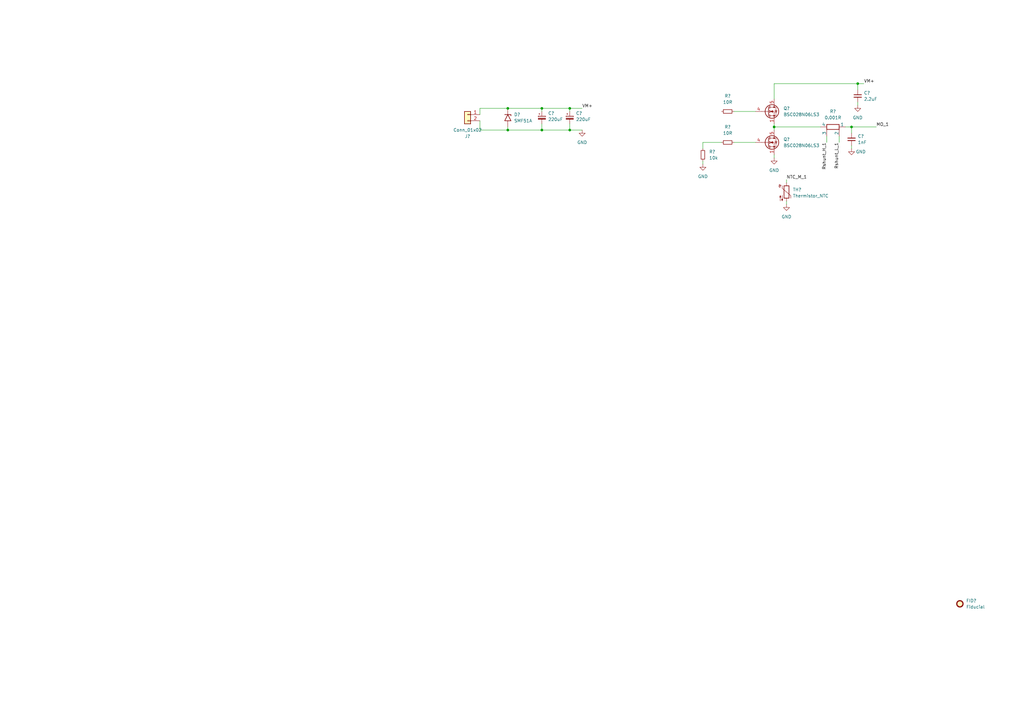
<source format=kicad_sch>
(kicad_sch (version 20211123) (generator eeschema)
  (paper "A3")
  (lib_symbols
    (symbol "Connector_Generic:Conn_01x02" (pin_names (offset 1.016) hide)
      (property "Reference" "J" (at 0 2.54 0))
      (property "Value" "Conn_01x02" (at 0 -5.08 0))
      (symbol "Conn_01x02_1_1"
        (rectangle (start -1.27 -2.413) (end 0 -2.667) (stroke (width 0.1524)))
        (rectangle (start -1.27 0.127) (end 0 -0.127) (stroke (width 0.1524)))
        (rectangle (start -1.27 1.27) (end 1.27 -3.81) (stroke (width 0.254)) (fill (type background)))
        (pin passive line (at -5.08 0 0) (length 3.81) (name "Pin_1") (number "1"))
        (pin passive line (at -5.08 -2.54 0) (length 3.81) (name "Pin_2") (number "2"))
      )
    )
    (symbol "Device:C_Polarized_Small" (pin_numbers hide) (pin_names (offset 0.254) hide)
      (property "Reference" "C" (at 0.254 1.778 0))
      (property "Value" "C_Polarized_Small" (at 0.254 -2.032 0))
      (symbol "C_Polarized_Small_0_1"
        (rectangle (start -1.524 -0.3048) (end 1.524 -0.6858) (fill (type outline)))
        (rectangle (start -1.524 0.6858) (end 1.524 0.3048))
        (polyline (pts (xy -1.27 1.524) (xy -0.762 1.524)))
        (polyline (pts (xy -1.016 1.27) (xy -1.016 1.778)))
      )
      (symbol "C_Polarized_Small_1_1"
        (pin passive line (at 0 2.54 270) (length 1.8542) (name "~") (number "1"))
        (pin passive line (at 0 -2.54 90) (length 1.8542) (name "~") (number "2"))
      )
    )
    (symbol "Device:C_Small" (pin_numbers hide) (pin_names (offset 0.254) hide)
      (property "Reference" "C" (at 0.254 1.778 0))
      (property "Value" "C_Small" (at 0.254 -2.032 0))
      (symbol "C_Small_0_1"
        (polyline (pts (xy -1.524 -0.508) (xy 1.524 -0.508)) (stroke (width 0.3302)))
        (polyline (pts (xy -1.524 0.508) (xy 1.524 0.508)) (stroke (width 0.3048)))
      )
      (symbol "C_Small_1_1"
        (pin passive line (at 0 2.54 270) (length 2.032) (name "~") (number "1"))
        (pin passive line (at 0 -2.54 90) (length 2.032) (name "~") (number "2"))
      )
    )
    (symbol "Device:R_Shunt" (pin_numbers hide) (pin_names (offset 0))
      (property "Reference" "R" (at -4.445 0 90))
      (property "Value" "R_Shunt" (at -2.54 0 90))
      (symbol "R_Shunt_0_1"
        (rectangle (start -1.016 -2.54) (end 1.016 2.54) (stroke (width 0.254)))
        (polyline (pts (xy 0 -2.54) (xy 1.27 -2.54)))
        (polyline (pts (xy 1.27 2.54) (xy 0 2.54)))
      )
      (symbol "R_Shunt_1_1"
        (pin passive line (at 0 5.08 270) (length 2.54) (name "1") (number "1"))
        (pin passive line (at 3.81 2.54 180) (length 2.54) (name "2") (number "2"))
        (pin passive line (at 3.81 -2.54 180) (length 2.54) (name "3") (number "3"))
        (pin passive line (at 0 -5.08 90) (length 2.54) (name "4") (number "4"))
      )
    )
    (symbol "Device:R_Small" (pin_numbers hide) (pin_names (offset 0.254) hide)
      (property "Reference" "R" (at 0.762 0.508 0))
      (property "Value" "R_Small" (at 0.762 -1.016 0))
      (symbol "R_Small_0_1"
        (rectangle (start -0.762 1.778) (end 0.762 -1.778) (stroke (width 0.2032)))
      )
      (symbol "R_Small_1_1"
        (pin passive line (at 0 2.54 270) (length 0.762) (name "~") (number "1"))
        (pin passive line (at 0 -2.54 90) (length 0.762) (name "~") (number "2"))
      )
    )
    (symbol "Device:Thermistor_NTC" (pin_numbers hide) (pin_names (offset 0))
      (property "Reference" "TH" (at -4.445 0 90))
      (property "Value" "Thermistor_NTC" (at 3.175 0 90))
      (symbol "Thermistor_NTC_0_1"
        (arc (start -3.048 2.159) (mid -3.0495 2.3143) (end -3.175 2.413))
        (arc (start -3.048 2.159) (mid -2.9736 1.9794) (end -2.794 1.905))
        (arc (start -3.048 2.794) (mid -2.9736 2.6144) (end -2.794 2.54))
        (arc (start -2.794 1.905) (mid -2.6144 1.9794) (end -2.54 2.159))
        (arc (start -2.794 2.54) (mid -2.4393 2.5587) (end -2.159 2.794))
        (arc (start -2.794 3.048) (mid -2.9736 2.9736) (end -3.048 2.794))
        (arc (start -2.54 2.794) (mid -2.6144 2.9736) (end -2.794 3.048))
        (rectangle (start -1.016 2.54) (end 1.016 -2.54) (stroke (width 0.254)))
        (polyline (pts (xy -2.54 2.159) (xy -2.54 2.794)))
        (polyline (pts (xy -1.778 2.54) (xy -1.778 1.524) (xy 1.778 -1.524) (xy 1.778 -2.54)))
        (polyline (pts (xy -2.54 -3.683) (xy -2.54 -1.397) (xy -2.794 -2.159) (xy -2.286 -2.159) (xy -2.54 -1.397) (xy -2.54 -1.651)) (fill (type outline)))
        (polyline (pts (xy -1.778 -1.397) (xy -1.778 -3.683) (xy -2.032 -2.921) (xy -1.524 -2.921) (xy -1.778 -3.683) (xy -1.778 -3.429)) (fill (type outline)))
      )
      (symbol "Thermistor_NTC_1_1"
        (pin passive line (at 0 3.81 270) (length 1.27) (name "~") (number "1"))
        (pin passive line (at 0 -3.81 90) (length 1.27) (name "~") (number "2"))
      )
    )
    (symbol "Diode:SMF51A" (pin_numbers hide) (pin_names (offset 1.016) hide)
      (property "Reference" "D" (at 0 2.54 0))
      (property "Value" "SMF51A" (at 0 -2.54 0))
      (symbol "SMF51A_0_1"
        (polyline (pts (xy -0.762 1.27) (xy -1.27 1.27) (xy -1.27 -1.27)) (stroke (width 0.254)))
        (polyline (pts (xy 1.27 1.27) (xy 1.27 -1.27) (xy -1.27 0) (xy 1.27 1.27)) (stroke (width 0.254)))
      )
      (symbol "SMF51A_1_1"
        (pin passive line (at -3.81 0 0) (length 2.54) (name "A1") (number "1"))
        (pin passive line (at 3.81 0 180) (length 2.54) (name "A2") (number "2"))
      )
    )
    (symbol "Mechanical:Fiducial"
      (property "Reference" "FID" (at 0 5.08 0))
      (property "Value" "Fiducial" (at 0 3.175 0))
      (symbol "Fiducial_0_1"
        (circle (center 0 0) (radius 1.27) (stroke (width 0.508)) (fill (type background)))
      )
    )
    (symbol "Transistor_FET:BSC028N06LS3" (pin_names hide)
      (property "Reference" "Q" (at 5.08 1.905 0))
      (property "Value" "BSC028N06LS3" (at 5.08 0 0))
      (symbol "BSC028N06LS3_0_1"
        (polyline (pts (xy 0.254 0) (xy -2.54 0)))
        (polyline (pts (xy 0.254 1.905) (xy 0.254 -1.905)) (stroke (width 0.254)))
        (polyline (pts (xy 0.762 -1.27) (xy 0.762 -2.286)) (stroke (width 0.254)))
        (polyline (pts (xy 0.762 0.508) (xy 0.762 -0.508)) (stroke (width 0.254)))
        (polyline (pts (xy 0.762 2.286) (xy 0.762 1.27)) (stroke (width 0.254)))
        (polyline (pts (xy 2.54 2.54) (xy 2.54 1.778)))
        (polyline (pts (xy 2.54 -2.54) (xy 2.54 0) (xy 0.762 0)))
        (polyline (pts (xy 0.762 -1.778) (xy 3.302 -1.778) (xy 3.302 1.778) (xy 0.762 1.778)))
        (polyline (pts (xy 1.016 0) (xy 2.032 0.381) (xy 2.032 -0.381) (xy 1.016 0)) (fill (type outline)))
        (polyline (pts (xy 2.794 0.508) (xy 2.921 0.381) (xy 3.683 0.381) (xy 3.81 0.254)))
        (polyline (pts (xy 3.302 0.381) (xy 2.921 -0.254) (xy 3.683 -0.254) (xy 3.302 0.381)))
        (circle (center 1.651 0) (radius 2.794) (stroke (width 0.254)))
        (circle (center 2.54 -1.778) (radius 0.254) (fill (type outline)))
        (circle (center 2.54 1.778) (radius 0.254) (fill (type outline)))
      )
      (symbol "BSC028N06LS3_1_1"
        (pin passive line (at 2.54 -5.08 90) (length 2.54) (name "S") (number "1"))
        (pin passive line (at 2.54 -5.08 90) (length 2.54) hide (name "S") (number "2"))
        (pin passive line (at 2.54 -5.08 90) (length 2.54) hide (name "S") (number "3"))
        (pin passive line (at -5.08 0 0) (length 2.54) (name "G") (number "4"))
        (pin passive line (at 2.54 5.08 270) (length 2.54) (name "D") (number "5"))
      )
    )
    (symbol "power:GND" (power) (pin_names (offset 0))
      (property "Value" "GND" (at 0 -3.81 0))
      (symbol "GND_0_1"
        (polyline (pts (xy 0 0) (xy 0 -1.27) (xy 1.27 -1.27) (xy 0 -2.54) (xy -1.27 -1.27) (xy 0 -1.27)))
      )
      (symbol "GND_1_1"
        (pin power_in line (at 0 0 270) (length 0) hide (name "GND") (number "1"))
      )
    )
  )
  (junction (at 233.68 44.45))
  (junction (at 208.28 53.34))
  (junction (at 222.25 44.45))
  (junction (at 351.79 34.29))
  (junction (at 349.25 52.07))
  (junction (at 222.25 53.34))
  (junction (at 233.68 53.34))
  (junction (at 317.5 52.07))
  (junction (at 208.28 44.45))
  (wire (pts (xy 233.68 53.34) (xy 222.25 53.34)))
  (wire (pts (xy 233.68 50.8) (xy 233.68 53.34)))
  (wire (pts (xy 300.99 45.72) (xy 309.88 45.72)))
  (wire (pts (xy 322.58 73.66) (xy 322.58 74.93)))
  (wire (pts (xy 208.28 44.45) (xy 222.25 44.45)))
  (wire (pts (xy 233.68 53.34) (xy 238.76 53.34)))
  (wire (pts (xy 346.71 52.07) (xy 349.25 52.07)))
  (wire (pts (xy 288.29 58.42) (xy 288.29 60.96)))
  (wire (pts (xy 351.79 34.29) (xy 351.79 36.83)))
  (wire (pts (xy 322.58 83.82) (xy 322.58 82.55)))
  (wire (pts (xy 344.17 55.88) (xy 344.17 58.42)))
  (wire (pts (xy 339.09 55.88) (xy 339.09 58.42)))
  (wire (pts (xy 222.25 53.34) (xy 208.28 53.34)))
  (wire (pts (xy 317.5 52.07) (xy 317.5 53.34)))
  (wire (pts (xy 222.25 45.72) (xy 222.25 44.45)))
  (wire (pts (xy 300.99 58.42) (xy 309.88 58.42)))
  (wire (pts (xy 233.68 45.72) (xy 233.68 44.45)))
  (wire (pts (xy 317.5 34.29) (xy 351.79 34.29)))
  (wire (pts (xy 295.91 58.42) (xy 288.29 58.42)))
  (wire (pts (xy 222.25 50.8) (xy 222.25 53.34)))
  (wire (pts (xy 349.25 60.96) (xy 349.25 59.69)))
  (wire (pts (xy 349.25 52.07) (xy 359.41 52.07)))
  (wire (pts (xy 208.28 53.34) (xy 196.85 53.34)))
  (wire (pts (xy 233.68 44.45) (xy 238.76 44.45)))
  (wire (pts (xy 351.79 43.18) (xy 351.79 41.91)))
  (wire (pts (xy 317.5 63.5) (xy 317.5 64.77)))
  (wire (pts (xy 196.85 53.34) (xy 196.85 49.53)))
  (wire (pts (xy 222.25 44.45) (xy 233.68 44.45)))
  (wire (pts (xy 288.29 67.31) (xy 288.29 66.04)))
  (wire (pts (xy 196.85 44.45) (xy 208.28 44.45)))
  (wire (pts (xy 317.5 52.07) (xy 336.55 52.07)))
  (wire (pts (xy 196.85 46.99) (xy 196.85 44.45)))
  (wire (pts (xy 351.79 34.29) (xy 354.33 34.29)))
  (wire (pts (xy 208.28 52.07) (xy 208.28 53.34)))
  (wire (pts (xy 317.5 40.64) (xy 317.5 34.29)))
  (wire (pts (xy 349.25 52.07) (xy 349.25 54.61)))
  (wire (pts (xy 317.5 50.8) (xy 317.5 52.07)))
  (label "Rshunt_L_1" (at 344.17 58.42 270))
  (label "VM+" (at 238.76 44.45 0))
  (label "MO_1" (at 359.41 52.07 0))
  (label "VM+" (at 354.33 34.29 0))
  (label "Rshunt_H_1" (at 339.09 58.42 270))
  (label "NTC_M_1" (at 322.58 73.66 0))
  (symbol (lib_id "Device:R_Small") (at 298.45 58.42 90) (unit 1)
    (property "Reference" "R?" (at 298.45 52.07 90))
    (property "Value" "10R" (at 298.45 54.61 90))
    (property "Footprint" "Resistor_SMD:R_0603_1608Metric" (effects hide))
  )
  (symbol (lib_id "Connector_Generic:Conn_01x02") (at 191.77 46.99 0) (mirror y) (unit 1)
    (property "Reference" "J?" (at 191.77 55.88 0))
    (property "Value" "Conn_01x02" (at 191.77 53.34 0))
    (property "Footprint" "Connector_AMASS:AMASS_XT60-F_1x02_P7.20mm_Vertical" (effects hide))
  )
  (symbol (lib_id "power:GND") (at 351.79 43.18 0) (unit 1)
    (property "Reference" "#PWR?" (effects hide))
    (property "Value" "GND" (at 351.79 48.26 0))
  )
  (symbol (lib_id "Device:R_Small") (at 298.45 45.72 90) (unit 1)
    (property "Reference" "R?" (at 298.45 39.37 90))
    (property "Value" "10R" (at 298.45 41.91 90))
    (property "Footprint" "Resistor_SMD:R_0603_1608Metric" (effects hide))
  )
  (symbol (lib_id "Transistor_FET:BSC028N06LS3") (at 314.96 45.72 0) (unit 1)
    (property "Reference" "Q?" (at 321.31 44.4499 0) (effects (justify left)))
    (property "Value" "BSC028N06LS3" (at 321.31 46.9899 0) (effects (justify left)))
    (property "Footprint" "Package_TO_SOT_SMD:TDSON-8-1" (effects hide))
    (property "Datasheet" "http://www.infineon.com/dgdl/Infineon-BSC028N06LS3-DS-v02_02-en.pdf?fileId=db3a30431ddc9372011ebafa4c607f8c" (effects hide))
  )
  (symbol (lib_id "Device:Thermistor_NTC") (at 322.58 78.74 0) (unit 1)
    (property "Reference" "TH?" (at 325.12 77.7874 0) (effects (justify left)))
    (property "Value" "Thermistor_NTC" (at 325.12 80.3274 0) (effects (justify left)))
    (property "Footprint" "Resistor_SMD:R_0603_1608Metric" (effects hide))
  )
  (symbol (lib_id "Device:C_Small") (at 349.25 57.15 180) (unit 1)
    (property "Reference" "C?" (at 351.79 55.8735 0) (effects (justify right)))
    (property "Value" "1nF" (at 351.79 58.4135 0) (effects (justify right)))
    (property "Footprint" "Capacitor_SMD:C_0603_1608Metric" (effects hide))
  )
  (symbol (lib_id "Device:R_Shunt") (at 341.63 52.07 270) (unit 1)
    (property "Reference" "R?" (at 341.63 45.72 90))
    (property "Value" "0.001R" (at 341.63 48.26 90))
    (property "Footprint" "Resistor_SMD:R_Shunt_Vishay_WSK2512_6332Metric_T2.66mm" (effects hide))
  )
  (symbol (lib_id "power:GND") (at 322.58 83.82 0) (unit 1)
    (property "Reference" "#PWR?" (effects hide))
    (property "Value" "GND" (at 322.58 88.9 0))
  )
  (symbol (lib_id "Device:C_Small") (at 351.79 39.37 0) (unit 1)
    (property "Reference" "C?" (at 354.33 38.1062 0) (effects (justify left)))
    (property "Value" "2.2uF" (at 354.33 40.6462 0) (effects (justify left)))
    (property "Footprint" "Capacitor_SMD:C_1210_3225Metric" (effects hide))
  )
  (symbol (lib_id "power:GND") (at 349.25 60.96 0) (unit 1)
    (property "Reference" "#PWR?" (effects hide))
    (property "Value" "GND" (at 353.06 62.23 0))
  )
  (symbol (lib_id "power:GND") (at 317.5 64.77 0) (unit 1)
    (property "Reference" "#PWR?" (effects hide))
    (property "Value" "GND" (at 317.5 69.85 0))
  )
  (symbol (lib_id "Transistor_FET:BSC028N06LS3") (at 314.96 58.42 0) (unit 1)
    (property "Reference" "Q?" (at 321.31 57.1499 0) (effects (justify left)))
    (property "Value" "BSC028N06LS3" (at 321.31 59.6899 0) (effects (justify left)))
    (property "Footprint" "Package_TO_SOT_SMD:TDSON-8-1" (effects hide))
    (property "Datasheet" "http://www.infineon.com/dgdl/Infineon-BSC028N06LS3-DS-v02_02-en.pdf?fileId=db3a30431ddc9372011ebafa4c607f8c" (effects hide))
  )
  (symbol (lib_id "Device:R_Small") (at 288.29 63.5 180) (unit 1)
    (property "Reference" "R?" (at 290.83 62.2299 0) (effects (justify right)))
    (property "Value" "10k" (at 290.83 64.7699 0) (effects (justify right)))
    (property "Footprint" "Resistor_SMD:R_0603_1608Metric" (effects hide))
  )
  (symbol (lib_id "power:GND") (at 238.76 53.34 0) (unit 1)
    (property "Reference" "#PWR?" (effects hide))
    (property "Value" "GND" (at 238.76 58.42 0))
  )
  (symbol (lib_id "Diode:SMF51A") (at 208.28 48.26 270) (unit 1)
    (property "Reference" "D?" (at 210.82 46.9899 90) (effects (justify left)))
    (property "Value" "SMF51A" (at 210.82 49.5299 90) (effects (justify left)))
    (property "Footprint" "Diode_SMD:D_SMF" (effects hide))
    (property "Datasheet" "https://www.vishay.com/doc?85881" (effects hide))
  )
  (symbol (lib_id "Device:C_Polarized_Small") (at 233.68 48.26 0) (unit 1)
    (property "Reference" "C?" (at 236.22 46.4438 0) (effects (justify left)))
    (property "Value" "220uF" (at 236.22 48.9838 0) (effects (justify left)))
    (property "Footprint" "Capacitor_SMD:CP_Elec_16x17.5" (effects hide))
  )
  (symbol (lib_id "Device:C_Polarized_Small") (at 222.25 48.26 0) (unit 1)
    (property "Reference" "C?" (at 224.79 46.4438 0) (effects (justify left)))
    (property "Value" "220uF" (at 224.79 48.9838 0) (effects (justify left)))
    (property "Footprint" "Capacitor_SMD:CP_Elec_16x17.5" (effects hide))
  )
  (symbol (lib_id "Mechanical:Fiducial") (at 393.7 247.65 0) (unit 1)
    (property "Reference" "FID?" (at 396.24 246.3799 0) (effects (justify left)))
    (property "Value" "Fiducial" (at 396.24 248.9199 0) (effects (justify left)))
    (property "Footprint" "Fiducial:Fiducial_1mm_Mask2mm" (effects hide))
  )
  (symbol (lib_id "power:GND") (at 288.29 67.31 0) (unit 1)
    (property "Reference" "#PWR?" (effects hide))
    (property "Value" "GND" (at 288.29 72.39 0))
  )
)
</source>
